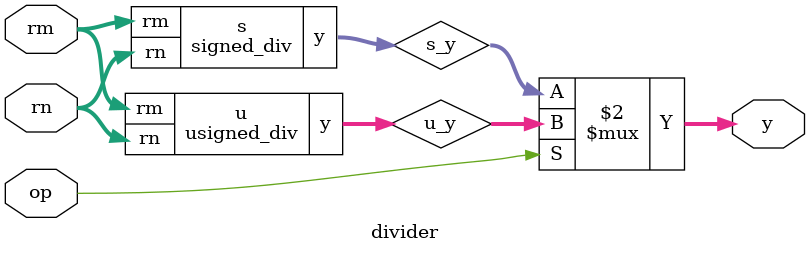
<source format=v>
module signed_div(rn,rm,y);
	input wire signed [31:0] rn,rm;
	output wire signed [31:0] y;
	assign y = rn/rm;	
endmodule

module absolute_value(value,abs_value);
	input wire signed [31:0] value;
	output wire [31:0] abs_value;
	assign abs_value = (value < 0) ? -value :value;
endmodule


module usigned_div(rn,rm,y);
	input wire [31:0] rn,rm;
	output wire [31:0] y;
	wire [31:0] abs_rn,abs_rm;

	absolute_value a_rn(rn,abs_rn);
	absolute_value a_rm(rm,abs_rm);

	assign y = (abs_rm != 0 && abs_rn != 0) ? (abs_rn / abs_rm) : 0;

endmodule


module divider(rn,rm,op,y);
	input wire [31:0] rn,rm;
	input wire op;
	output wire [31:0] y;

	wire [31:0] s_y,u_y;
	signed_div s(rn,rm,s_y);
	usigned_div u(rn,rm,u_y);
	
	assign y = (op == 1) ? u_y : s_y;

endmodule

</source>
